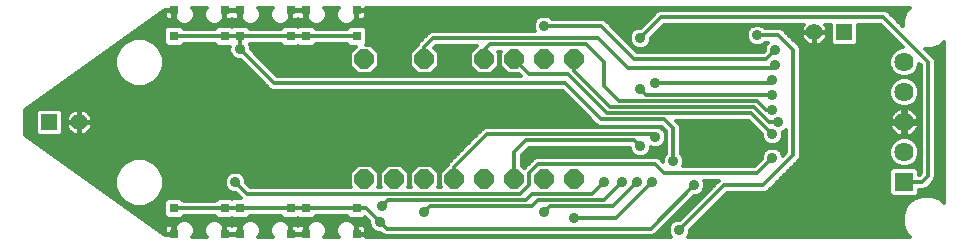
<source format=gbl>
G75*
G70*
%OFA0B0*%
%FSLAX24Y24*%
%IPPOS*%
%LPD*%
%AMOC8*
5,1,8,0,0,1.08239X$1,22.5*
%
%ADD10R,0.0555X0.0555*%
%ADD11C,0.0555*%
%ADD12R,0.0640X0.0640*%
%ADD13C,0.0640*%
%ADD14OC8,0.0634*%
%ADD15R,0.0315X0.0315*%
%ADD16C,0.0120*%
%ADD17C,0.0350*%
D10*
X001161Y004282D03*
X027661Y007282D03*
D11*
X026661Y007282D03*
X002161Y004282D03*
D12*
X029661Y002282D03*
D13*
X029661Y003282D03*
X029661Y004282D03*
X029661Y005282D03*
X029661Y006282D03*
D14*
X018661Y006382D03*
X017661Y006382D03*
X016661Y006382D03*
X015661Y006382D03*
X013661Y006382D03*
X011661Y006382D03*
X011661Y002382D03*
X012661Y002382D03*
X013661Y002382D03*
X014661Y002382D03*
X015661Y002382D03*
X016661Y002382D03*
X017661Y002382D03*
X018661Y002382D03*
D15*
X011409Y001415D03*
X009713Y001415D03*
X009209Y001415D03*
X007513Y001415D03*
X007009Y001415D03*
X005313Y001415D03*
X005313Y000549D03*
X007009Y000549D03*
X007513Y000549D03*
X009209Y000549D03*
X009713Y000549D03*
X011409Y000549D03*
X011409Y007149D03*
X009713Y007149D03*
X009209Y007149D03*
X007513Y007149D03*
X007009Y007149D03*
X005313Y007149D03*
X005313Y008015D03*
X007009Y008015D03*
X007513Y008015D03*
X009209Y008015D03*
X009713Y008015D03*
X011409Y008015D03*
D16*
X004976Y001468D02*
X003711Y001468D01*
X003725Y001586D02*
X003545Y001586D01*
X003593Y001705D02*
X003379Y001705D01*
X003475Y001823D02*
X003213Y001823D01*
X003047Y001942D02*
X003426Y001942D01*
X003475Y001823D02*
X003702Y001596D01*
X004000Y001472D01*
X004322Y001472D01*
X004620Y001596D01*
X004848Y001823D01*
X007481Y001823D01*
X007551Y001753D02*
X007377Y001927D01*
X007291Y001927D01*
X007160Y001981D01*
X007060Y002081D01*
X007006Y002212D01*
X007006Y002353D01*
X007060Y002483D01*
X007160Y002583D01*
X007291Y002637D01*
X007432Y002637D01*
X007562Y002583D01*
X007662Y002483D01*
X007716Y002353D01*
X007716Y002267D01*
X007861Y002122D01*
X011219Y002122D01*
X011164Y002176D01*
X011164Y002588D01*
X011455Y002879D01*
X011867Y002879D01*
X012158Y002588D01*
X012158Y002176D01*
X012104Y002122D01*
X012219Y002122D01*
X012164Y002176D01*
X012164Y002588D01*
X012455Y002879D01*
X012867Y002879D01*
X013158Y002588D01*
X013158Y002176D01*
X013104Y002122D01*
X013219Y002122D01*
X013164Y002176D01*
X013164Y002588D01*
X013455Y002879D01*
X013867Y002879D01*
X014158Y002588D01*
X014158Y002176D01*
X014104Y002122D01*
X014219Y002122D01*
X014164Y002176D01*
X014164Y002588D01*
X014432Y002855D01*
X014458Y002918D01*
X015558Y004018D01*
X015625Y004086D01*
X015714Y004122D01*
X021214Y004122D01*
X021254Y004122D01*
X021291Y004137D01*
X021432Y004137D01*
X021562Y004083D01*
X021662Y003983D01*
X021716Y003853D01*
X021716Y003712D01*
X021662Y003581D01*
X021562Y003481D01*
X021432Y003427D01*
X021291Y003427D01*
X021216Y003458D01*
X021216Y003412D01*
X021162Y003281D01*
X021062Y003181D01*
X020932Y003127D01*
X021637Y003127D01*
X021660Y003183D02*
X021606Y003053D01*
X021606Y002977D01*
X021565Y003018D01*
X021497Y003086D01*
X021409Y003122D01*
X017509Y003122D01*
X017414Y003122D01*
X017325Y003086D01*
X017025Y002786D01*
X016993Y002753D01*
X016901Y002845D01*
X016901Y003183D01*
X017161Y003442D01*
X020506Y003442D01*
X020506Y003412D01*
X020560Y003281D01*
X020660Y003181D01*
X020791Y003127D01*
X020932Y003127D01*
X020791Y003127D02*
X016901Y003127D01*
X016901Y003009D02*
X017248Y003009D01*
X017130Y002890D02*
X016901Y002890D01*
X016974Y002772D02*
X017011Y002772D01*
X017161Y002582D02*
X017161Y002182D01*
X016861Y001882D01*
X012061Y001882D01*
X007761Y001882D01*
X007361Y002282D01*
X007032Y002416D02*
X004971Y002416D01*
X004971Y002443D02*
X004848Y002741D01*
X004620Y002969D01*
X004322Y003092D01*
X004000Y003092D01*
X003702Y002969D01*
X003475Y002741D01*
X003351Y002443D01*
X003351Y002121D01*
X003475Y001823D01*
X003376Y002060D02*
X002881Y002060D01*
X002716Y002179D02*
X003351Y002179D01*
X003351Y002297D02*
X002550Y002297D01*
X002384Y002416D02*
X003351Y002416D01*
X003389Y002535D02*
X002218Y002535D01*
X002052Y002653D02*
X003438Y002653D01*
X003505Y002772D02*
X001886Y002772D01*
X001720Y002890D02*
X003624Y002890D01*
X003799Y003009D02*
X001554Y003009D01*
X001388Y003127D02*
X014667Y003127D01*
X014548Y003009D02*
X004524Y003009D01*
X004699Y002890D02*
X014446Y002890D01*
X014348Y002772D02*
X013974Y002772D01*
X014093Y002653D02*
X014230Y002653D01*
X014164Y002535D02*
X014158Y002535D01*
X014158Y002416D02*
X014164Y002416D01*
X014158Y002297D02*
X014164Y002297D01*
X014158Y002179D02*
X014164Y002179D01*
X014661Y002382D02*
X014661Y002782D01*
X015761Y003882D01*
X021261Y003882D01*
X021361Y003782D01*
X021673Y003957D02*
X021721Y003957D01*
X021721Y003983D02*
X021721Y003244D01*
X021660Y003183D01*
X021721Y003246D02*
X021127Y003246D01*
X021197Y003364D02*
X021721Y003364D01*
X021721Y003483D02*
X021564Y003483D01*
X021671Y003601D02*
X021721Y003601D01*
X021716Y003720D02*
X021721Y003720D01*
X021716Y003839D02*
X021721Y003839D01*
X021721Y003983D02*
X021562Y004142D01*
X019609Y004142D01*
X019514Y004142D01*
X019425Y004179D01*
X018262Y005342D01*
X008709Y005342D01*
X008614Y005342D01*
X008525Y005379D01*
X007529Y006375D01*
X007443Y006375D01*
X007312Y006429D01*
X007212Y006529D01*
X007158Y006660D01*
X007158Y006801D01*
X007163Y006812D01*
X006777Y006812D01*
X006680Y006909D01*
X005643Y006909D01*
X005545Y006812D01*
X005081Y006812D01*
X004976Y006917D01*
X004976Y007381D01*
X005081Y007487D01*
X005545Y007487D01*
X005643Y007389D01*
X006680Y007389D01*
X006777Y007487D01*
X007241Y007487D01*
X007261Y007467D01*
X007281Y007487D01*
X007745Y007487D01*
X007843Y007389D01*
X008880Y007389D01*
X008977Y007487D01*
X009441Y007487D01*
X009461Y007467D01*
X009481Y007487D01*
X009945Y007487D01*
X010043Y007389D01*
X011080Y007389D01*
X011177Y007487D01*
X011641Y007487D01*
X011747Y007381D01*
X011747Y006917D01*
X011709Y006879D01*
X011867Y006879D01*
X012158Y006588D01*
X012158Y006176D01*
X011867Y005885D01*
X011455Y005885D01*
X011164Y006176D01*
X011164Y006588D01*
X011388Y006812D01*
X011177Y006812D01*
X011080Y006909D01*
X010043Y006909D01*
X009945Y006812D01*
X009481Y006812D01*
X009461Y006832D01*
X009441Y006812D01*
X008977Y006812D01*
X008880Y006909D01*
X007843Y006909D01*
X007829Y006895D01*
X007868Y006801D01*
X007868Y006715D01*
X008761Y005822D01*
X016882Y005822D01*
X016819Y005885D01*
X016455Y005885D01*
X016164Y006176D01*
X016164Y006588D01*
X016219Y006642D01*
X016104Y006642D01*
X016158Y006588D01*
X016158Y006176D01*
X015867Y005885D01*
X015455Y005885D01*
X015164Y006176D01*
X015164Y006588D01*
X015419Y006842D01*
X014061Y006842D01*
X013982Y006764D01*
X014158Y006588D01*
X014158Y006176D01*
X013867Y005885D01*
X013455Y005885D01*
X013164Y006176D01*
X013164Y006588D01*
X013432Y006855D01*
X013458Y006918D01*
X013525Y006986D01*
X013825Y007286D01*
X013914Y007322D01*
X014009Y007322D01*
X017343Y007322D01*
X017306Y007412D01*
X017306Y007553D01*
X017360Y007683D01*
X017460Y007783D01*
X017591Y007837D01*
X017732Y007837D01*
X017862Y007783D01*
X017923Y007722D01*
X019609Y007722D01*
X019697Y007686D01*
X019765Y007618D01*
X020761Y006622D01*
X024962Y006622D01*
X025006Y006667D01*
X025006Y006753D01*
X025060Y006883D01*
X025119Y006942D01*
X025023Y006942D01*
X024962Y006881D01*
X024832Y006827D01*
X024691Y006827D01*
X024560Y006881D01*
X024460Y006981D01*
X024406Y007112D01*
X024406Y007253D01*
X024460Y007383D01*
X024560Y007483D01*
X024691Y007537D01*
X024832Y007537D01*
X024962Y007483D01*
X025023Y007422D01*
X025509Y007422D01*
X025597Y007386D01*
X025665Y007318D01*
X025665Y007318D01*
X026165Y006818D01*
X026201Y006730D01*
X026201Y006634D01*
X026201Y003230D01*
X026201Y003134D01*
X026165Y003046D01*
X025097Y001979D01*
X025009Y001942D01*
X024914Y001942D01*
X023761Y001942D01*
X022516Y000698D01*
X022516Y000612D01*
X022462Y000481D01*
X022443Y000462D01*
X029836Y000462D01*
X029725Y000573D01*
X029601Y000871D01*
X029601Y001193D01*
X029725Y001491D01*
X029952Y001719D01*
X030250Y001842D01*
X030572Y001842D01*
X030870Y001719D01*
X030981Y001608D01*
X030981Y006957D01*
X030870Y006846D01*
X030572Y006722D01*
X030361Y006722D01*
X030665Y006418D01*
X030701Y006330D01*
X030701Y006234D01*
X030701Y002434D01*
X030665Y002346D01*
X030597Y002279D01*
X030397Y002079D01*
X030309Y002042D01*
X030214Y002042D01*
X030161Y002042D01*
X030161Y001888D01*
X030056Y001782D01*
X029267Y001782D01*
X029161Y001888D01*
X029161Y002677D01*
X029267Y002782D01*
X030056Y002782D01*
X030161Y002677D01*
X030161Y002522D01*
X030162Y002522D01*
X030221Y002582D01*
X030221Y006183D01*
X030161Y006243D01*
X030161Y006183D01*
X030085Y005999D01*
X029944Y005858D01*
X029761Y005782D01*
X029562Y005782D01*
X029378Y005706D01*
X029237Y005565D01*
X029161Y005382D01*
X029161Y005183D01*
X029237Y004999D01*
X029378Y004858D01*
X029562Y004782D01*
X029761Y004782D01*
X029944Y004858D01*
X030085Y004999D01*
X030161Y005183D01*
X030161Y005382D01*
X030085Y005565D01*
X029944Y005706D01*
X029761Y005782D01*
X029562Y005782D01*
X029378Y005858D01*
X029237Y005999D01*
X029161Y006183D01*
X029161Y006382D01*
X029237Y006565D01*
X026201Y006565D01*
X026201Y006446D02*
X029188Y006446D01*
X029161Y006328D02*
X026201Y006328D01*
X026201Y006209D02*
X029161Y006209D01*
X029199Y006091D02*
X026201Y006091D01*
X026201Y005972D02*
X029264Y005972D01*
X029389Y005854D02*
X026201Y005854D01*
X026201Y005735D02*
X029448Y005735D01*
X029289Y005617D02*
X026201Y005617D01*
X026201Y005498D02*
X029210Y005498D01*
X029161Y005380D02*
X026201Y005380D01*
X026201Y005261D02*
X029161Y005261D01*
X029178Y005142D02*
X026201Y005142D01*
X026201Y005024D02*
X029227Y005024D01*
X029331Y004905D02*
X026201Y004905D01*
X026201Y004787D02*
X029551Y004787D01*
X029549Y004750D02*
X029477Y004727D01*
X029410Y004693D01*
X029349Y004648D01*
X029295Y004595D01*
X029251Y004534D01*
X029216Y004466D01*
X029193Y004395D01*
X029182Y004322D01*
X029621Y004322D01*
X029621Y004242D01*
X029182Y004242D01*
X029193Y004170D01*
X029216Y004098D01*
X029251Y004031D01*
X029295Y003969D01*
X029349Y003916D01*
X029410Y003872D01*
X029477Y003837D01*
X029549Y003814D01*
X029621Y003803D01*
X029621Y004242D01*
X029701Y004242D01*
X029701Y003803D01*
X029774Y003814D01*
X029846Y003837D01*
X029913Y003872D01*
X029974Y003916D01*
X030027Y003969D01*
X030072Y004031D01*
X030106Y004098D01*
X030129Y004170D01*
X030141Y004242D01*
X029701Y004242D01*
X029701Y004322D01*
X029621Y004322D01*
X029621Y004762D01*
X029549Y004750D01*
X029621Y004668D02*
X029701Y004668D01*
X029701Y004762D02*
X029701Y004322D01*
X030141Y004322D01*
X030129Y004395D01*
X030106Y004466D01*
X030072Y004534D01*
X030027Y004595D01*
X029974Y004648D01*
X029913Y004693D01*
X029846Y004727D01*
X029774Y004750D01*
X029701Y004762D01*
X029772Y004787D02*
X030221Y004787D01*
X030221Y004905D02*
X029992Y004905D01*
X030095Y005024D02*
X030221Y005024D01*
X030221Y005142D02*
X030145Y005142D01*
X030161Y005261D02*
X030221Y005261D01*
X030221Y005380D02*
X030161Y005380D01*
X030113Y005498D02*
X030221Y005498D01*
X030221Y005617D02*
X030034Y005617D01*
X029874Y005735D02*
X030221Y005735D01*
X030221Y005854D02*
X029933Y005854D01*
X030058Y005972D02*
X030221Y005972D01*
X030221Y006091D02*
X030123Y006091D01*
X030161Y006209D02*
X030195Y006209D01*
X030461Y006282D02*
X028961Y007782D01*
X021561Y007782D01*
X020861Y007082D01*
X021216Y007098D02*
X021216Y007012D01*
X021162Y006881D01*
X021062Y006781D01*
X020932Y006727D01*
X020791Y006727D01*
X020660Y006781D01*
X020560Y006881D01*
X020506Y007012D01*
X020506Y007153D01*
X020560Y007283D01*
X020660Y007383D01*
X020791Y007437D01*
X020877Y007437D01*
X021358Y007918D01*
X021425Y007986D01*
X021514Y008022D01*
X028914Y008022D01*
X029009Y008022D01*
X029097Y007986D01*
X029601Y007481D01*
X029601Y007693D01*
X029725Y007991D01*
X029836Y008102D01*
X011727Y008102D01*
X011727Y008034D01*
X011428Y008034D01*
X011428Y007996D01*
X011428Y007698D01*
X011588Y007698D01*
X011629Y007709D01*
X011665Y007730D01*
X011695Y007760D01*
X011716Y007796D01*
X011727Y007837D01*
X011727Y007996D01*
X011428Y007996D01*
X011390Y007996D01*
X011390Y007945D01*
X011391Y007945D01*
X011391Y007810D01*
X011390Y007809D01*
X011390Y007698D01*
X011344Y007698D01*
X011339Y007686D01*
X011245Y007591D01*
X011121Y007540D01*
X010986Y007540D01*
X010862Y007591D01*
X010767Y007686D01*
X010716Y007810D01*
X010716Y007945D01*
X010767Y008069D01*
X010801Y008102D01*
X010322Y008102D01*
X010355Y008069D01*
X010407Y007945D01*
X010407Y007810D01*
X010355Y007686D01*
X010260Y007591D01*
X010136Y007540D01*
X010002Y007540D01*
X009878Y007591D01*
X009783Y007686D01*
X009778Y007698D01*
X009732Y007698D01*
X009732Y007810D01*
X009732Y007810D01*
X009732Y007945D01*
X009732Y007945D01*
X009732Y007996D01*
X009694Y007996D01*
X009694Y007698D01*
X009535Y007698D01*
X009494Y007709D01*
X009461Y007728D01*
X009429Y007709D01*
X009388Y007698D01*
X009228Y007698D01*
X009228Y007996D01*
X009190Y007996D01*
X009190Y007945D01*
X009191Y007945D01*
X009191Y007810D01*
X009190Y007809D01*
X009190Y007698D01*
X009144Y007698D01*
X009139Y007686D01*
X009045Y007591D01*
X008921Y007540D01*
X008786Y007540D01*
X008662Y007591D01*
X008567Y007686D01*
X008516Y007810D01*
X008516Y007945D01*
X008567Y008069D01*
X008601Y008102D01*
X008122Y008102D01*
X008155Y008069D01*
X008207Y007945D01*
X008207Y007810D01*
X008155Y007686D01*
X008060Y007591D01*
X007936Y007540D01*
X007802Y007540D01*
X007678Y007591D01*
X007583Y007686D01*
X007578Y007698D01*
X007532Y007698D01*
X007532Y007810D01*
X007532Y007810D01*
X007532Y007945D01*
X007532Y007945D01*
X007532Y007996D01*
X007494Y007996D01*
X007494Y007698D01*
X007335Y007698D01*
X007294Y007709D01*
X007261Y007728D01*
X007229Y007709D01*
X007188Y007698D01*
X007028Y007698D01*
X007028Y007996D01*
X006990Y007996D01*
X006990Y007945D01*
X006991Y007945D01*
X006991Y007810D01*
X006990Y007809D01*
X006990Y007698D01*
X006944Y007698D01*
X006939Y007686D01*
X006845Y007591D01*
X006721Y007540D01*
X006586Y007540D01*
X006462Y007591D01*
X006367Y007686D01*
X006316Y007810D01*
X006316Y007945D01*
X006367Y008069D01*
X006401Y008102D01*
X005922Y008102D01*
X005955Y008069D01*
X006007Y007945D01*
X006007Y007810D01*
X005955Y007686D01*
X005860Y007591D01*
X005736Y007540D01*
X005602Y007540D01*
X005478Y007591D01*
X005383Y007686D01*
X005378Y007698D01*
X005332Y007698D01*
X005332Y007810D01*
X005332Y007810D01*
X005332Y007945D01*
X005332Y007945D01*
X005332Y007996D01*
X005294Y007996D01*
X005294Y007698D01*
X005135Y007698D01*
X005094Y007709D01*
X005057Y007730D01*
X005028Y007760D01*
X005007Y007796D01*
X004996Y007837D01*
X004996Y007996D01*
X005294Y007996D01*
X005294Y008034D01*
X005023Y008034D01*
X000341Y004690D01*
X000341Y003875D01*
X005024Y000530D01*
X005294Y000530D01*
X005294Y000568D01*
X004996Y000568D01*
X004996Y000728D01*
X005007Y000768D01*
X005028Y000805D01*
X005057Y000835D01*
X005094Y000856D01*
X005135Y000867D01*
X005294Y000867D01*
X005294Y000568D01*
X005332Y000568D01*
X005332Y000619D01*
X005332Y000620D01*
X005332Y000754D01*
X005332Y000755D01*
X005332Y000867D01*
X005378Y000867D01*
X005383Y000878D01*
X005478Y000973D01*
X005602Y001024D01*
X005736Y001024D01*
X005860Y000973D01*
X005955Y000878D01*
X006007Y000754D01*
X006007Y000620D01*
X005955Y000496D01*
X005922Y000462D01*
X006401Y000462D01*
X006367Y000496D01*
X006316Y000620D01*
X006316Y000754D01*
X006367Y000878D01*
X006462Y000973D01*
X006586Y001024D01*
X006721Y001024D01*
X006845Y000973D01*
X006939Y000878D01*
X006944Y000867D01*
X006990Y000867D01*
X006990Y000755D01*
X006991Y000754D01*
X006991Y000620D01*
X006990Y000619D01*
X006990Y000568D01*
X007028Y000568D01*
X007028Y000867D01*
X007188Y000867D01*
X007229Y000856D01*
X007261Y000837D01*
X007294Y000856D01*
X007335Y000867D01*
X007494Y000867D01*
X007494Y000568D01*
X007494Y000530D01*
X007327Y000530D01*
X007028Y000530D01*
X007028Y000568D01*
X007327Y000568D01*
X007494Y000568D01*
X007532Y000568D01*
X007532Y000619D01*
X007532Y000620D01*
X007532Y000754D01*
X007532Y000755D01*
X007532Y000867D01*
X007578Y000867D01*
X007583Y000878D01*
X007678Y000973D01*
X007802Y001024D01*
X007936Y001024D01*
X008060Y000973D01*
X008155Y000878D01*
X008207Y000754D01*
X008207Y000620D01*
X008155Y000496D01*
X008122Y000462D01*
X008601Y000462D01*
X008567Y000496D01*
X008516Y000620D01*
X008516Y000754D01*
X008567Y000878D01*
X008662Y000973D01*
X008786Y001024D01*
X008921Y001024D01*
X009045Y000973D01*
X009139Y000878D01*
X009144Y000867D01*
X009190Y000867D01*
X009190Y000755D01*
X009191Y000754D01*
X009191Y000620D01*
X009190Y000619D01*
X009190Y000568D01*
X009228Y000568D01*
X009228Y000867D01*
X009388Y000867D01*
X009429Y000856D01*
X009461Y000837D01*
X009494Y000856D01*
X009535Y000867D01*
X009694Y000867D01*
X009694Y000568D01*
X009694Y000530D01*
X009527Y000530D01*
X009228Y000530D01*
X009228Y000568D01*
X009527Y000568D01*
X009694Y000568D01*
X009732Y000568D01*
X009732Y000619D01*
X009732Y000620D01*
X009732Y000754D01*
X009732Y000755D01*
X009732Y000867D01*
X009778Y000867D01*
X009783Y000878D01*
X009878Y000973D01*
X010002Y001024D01*
X010136Y001024D01*
X010260Y000973D01*
X010355Y000878D01*
X010407Y000754D01*
X010407Y000620D01*
X010355Y000496D01*
X010322Y000462D01*
X010801Y000462D01*
X010767Y000496D01*
X010716Y000620D01*
X010716Y000754D01*
X010767Y000878D01*
X010862Y000973D01*
X010986Y001024D01*
X011121Y001024D01*
X011245Y000973D01*
X011339Y000878D01*
X011344Y000867D01*
X011390Y000867D01*
X011390Y000755D01*
X011391Y000754D01*
X011391Y000620D01*
X011390Y000619D01*
X011390Y000568D01*
X011428Y000568D01*
X011428Y000867D01*
X011588Y000867D01*
X011629Y000856D01*
X011665Y000835D01*
X011695Y000805D01*
X011716Y000768D01*
X011727Y000728D01*
X011727Y000568D01*
X011428Y000568D01*
X011428Y000530D01*
X011727Y000530D01*
X011727Y000462D01*
X021879Y000462D01*
X021860Y000481D01*
X021806Y000612D01*
X021806Y000753D01*
X021860Y000883D01*
X021960Y000983D01*
X022091Y001037D01*
X022177Y001037D01*
X023458Y002318D01*
X023482Y002342D01*
X022979Y002342D01*
X023016Y002253D01*
X023016Y002112D01*
X022962Y001981D01*
X022862Y001881D01*
X022732Y001827D01*
X022646Y001827D01*
X021347Y000529D01*
X021259Y000492D01*
X021164Y000492D01*
X012459Y000492D01*
X012364Y000492D01*
X012275Y000529D01*
X012194Y000610D01*
X012108Y000610D01*
X011977Y000664D01*
X011877Y000764D01*
X011823Y000895D01*
X011823Y000981D01*
X011684Y001120D01*
X011641Y001078D01*
X011177Y001078D01*
X011080Y001175D01*
X010043Y001175D01*
X009945Y001078D01*
X009481Y001078D01*
X009461Y001098D01*
X009441Y001078D01*
X008977Y001078D01*
X008880Y001175D01*
X007843Y001175D01*
X007745Y001078D01*
X007281Y001078D01*
X007261Y001098D01*
X007241Y001078D01*
X006777Y001078D01*
X006680Y001175D01*
X005643Y001175D01*
X005545Y001078D01*
X005081Y001078D01*
X004976Y001183D01*
X004976Y001647D01*
X005081Y001753D01*
X005545Y001753D01*
X005643Y001655D01*
X006680Y001655D01*
X006777Y001753D01*
X007241Y001753D01*
X007261Y001733D01*
X007281Y001753D01*
X007551Y001753D01*
X007255Y001942D02*
X004897Y001942D01*
X004946Y002060D02*
X007081Y002060D01*
X007020Y002179D02*
X004971Y002179D01*
X004971Y002121D02*
X004848Y001823D01*
X004729Y001705D02*
X005033Y001705D01*
X004976Y001586D02*
X004597Y001586D01*
X004976Y001349D02*
X003877Y001349D01*
X004043Y001231D02*
X004976Y001231D01*
X005047Y001112D02*
X004209Y001112D01*
X004375Y000993D02*
X005527Y000993D01*
X005579Y001112D02*
X006743Y001112D01*
X006795Y000993D02*
X007727Y000993D01*
X007779Y001112D02*
X008943Y001112D01*
X008995Y000993D02*
X009927Y000993D01*
X009979Y001112D02*
X011143Y001112D01*
X011195Y000993D02*
X011811Y000993D01*
X011831Y000875D02*
X011341Y000875D01*
X011390Y000756D02*
X011428Y000756D01*
X011428Y000638D02*
X011391Y000638D01*
X011727Y000638D02*
X012041Y000638D01*
X011885Y000756D02*
X011719Y000756D01*
X012178Y000965D02*
X012411Y000732D01*
X021211Y000732D01*
X022661Y002182D01*
X023016Y002179D02*
X023319Y002179D01*
X023437Y002297D02*
X022998Y002297D01*
X022995Y002060D02*
X023200Y002060D01*
X023081Y001942D02*
X022923Y001942D01*
X022963Y001823D02*
X022642Y001823D01*
X022523Y001705D02*
X022844Y001705D01*
X022726Y001586D02*
X022405Y001586D01*
X022286Y001468D02*
X022607Y001468D01*
X022489Y001349D02*
X022168Y001349D01*
X022049Y001231D02*
X022370Y001231D01*
X022252Y001112D02*
X021930Y001112D01*
X021985Y000993D02*
X021812Y000993D01*
X021857Y000875D02*
X021693Y000875D01*
X021808Y000756D02*
X021575Y000756D01*
X021456Y000638D02*
X021806Y000638D01*
X021844Y000519D02*
X021324Y000519D01*
X022161Y000682D02*
X023661Y002182D01*
X024961Y002182D01*
X025961Y003182D01*
X025961Y006682D01*
X025461Y007182D01*
X024761Y007182D01*
X024406Y007158D02*
X021276Y007158D01*
X021216Y007098D02*
X021661Y007542D01*
X026309Y007542D01*
X026287Y007511D01*
X026256Y007450D01*
X026235Y007385D01*
X026224Y007317D01*
X026224Y007301D01*
X026642Y007301D01*
X026642Y007263D01*
X026224Y007263D01*
X026224Y007248D01*
X026235Y007180D01*
X026256Y007114D01*
X026287Y007053D01*
X026328Y006997D01*
X026376Y006949D01*
X026432Y006908D01*
X026493Y006877D01*
X026559Y006856D01*
X026627Y006845D01*
X026642Y006845D01*
X026642Y007263D01*
X026680Y007263D01*
X026680Y006845D01*
X026696Y006845D01*
X026764Y006856D01*
X026829Y006877D01*
X026891Y006908D01*
X026946Y006949D01*
X026995Y006997D01*
X027035Y007053D01*
X027067Y007114D01*
X027088Y007180D01*
X027099Y007248D01*
X027099Y007263D01*
X026680Y007263D01*
X026680Y007301D01*
X027099Y007301D01*
X027099Y007317D01*
X027088Y007385D01*
X027067Y007450D01*
X027035Y007511D01*
X027013Y007542D01*
X027204Y007542D01*
X027204Y006930D01*
X027309Y006825D01*
X028013Y006825D01*
X028119Y006930D01*
X028119Y007542D01*
X028862Y007542D01*
X029622Y006782D01*
X029562Y006782D01*
X029378Y006706D01*
X029237Y006565D01*
X029356Y006684D02*
X026201Y006684D01*
X026171Y006802D02*
X029602Y006802D01*
X029483Y006921D02*
X028109Y006921D01*
X028119Y007039D02*
X029365Y007039D01*
X029246Y007158D02*
X028119Y007158D01*
X028119Y007276D02*
X029128Y007276D01*
X029009Y007395D02*
X028119Y007395D01*
X028119Y007513D02*
X028891Y007513D01*
X029332Y007750D02*
X029625Y007750D01*
X029601Y007632D02*
X029451Y007632D01*
X029569Y007513D02*
X029601Y007513D01*
X029674Y007869D02*
X029214Y007869D01*
X029093Y007988D02*
X029723Y007988D01*
X027204Y007513D02*
X027034Y007513D01*
X027085Y007395D02*
X027204Y007395D01*
X027204Y007276D02*
X026680Y007276D01*
X026642Y007276D02*
X025707Y007276D01*
X025825Y007158D02*
X026242Y007158D01*
X026297Y007039D02*
X025944Y007039D01*
X026062Y006921D02*
X026415Y006921D01*
X026642Y006921D02*
X026680Y006921D01*
X026680Y007039D02*
X026642Y007039D01*
X026642Y007158D02*
X026680Y007158D01*
X027025Y007039D02*
X027204Y007039D01*
X027204Y007158D02*
X027081Y007158D01*
X027213Y006921D02*
X026908Y006921D01*
X026238Y007395D02*
X025575Y007395D01*
X024889Y007513D02*
X026288Y007513D01*
X025098Y006921D02*
X025002Y006921D01*
X025027Y006802D02*
X021083Y006802D01*
X021179Y006921D02*
X024521Y006921D01*
X024436Y007039D02*
X021216Y007039D01*
X021395Y007276D02*
X024416Y007276D01*
X024472Y007395D02*
X021513Y007395D01*
X021632Y007513D02*
X024633Y007513D01*
X025006Y006684D02*
X020699Y006684D01*
X020639Y006802D02*
X020581Y006802D01*
X020544Y006921D02*
X020462Y006921D01*
X020506Y007039D02*
X020344Y007039D01*
X020225Y007158D02*
X020508Y007158D01*
X020557Y007276D02*
X020107Y007276D01*
X019988Y007395D02*
X020688Y007395D01*
X020953Y007513D02*
X019869Y007513D01*
X019751Y007632D02*
X021072Y007632D01*
X021190Y007750D02*
X017895Y007750D01*
X017427Y007750D02*
X011686Y007750D01*
X011727Y007869D02*
X021309Y007869D01*
X021430Y007988D02*
X011727Y007988D01*
X011428Y007988D02*
X011390Y007988D01*
X011391Y007869D02*
X011428Y007869D01*
X011428Y007750D02*
X011390Y007750D01*
X011285Y007632D02*
X017339Y007632D01*
X017306Y007513D02*
X004294Y007513D01*
X004129Y007395D02*
X004989Y007395D01*
X004976Y007276D02*
X003963Y007276D01*
X004000Y007092D02*
X003702Y006969D01*
X003475Y006741D01*
X003351Y006443D01*
X003351Y006121D01*
X003475Y005823D01*
X003702Y005596D01*
X004000Y005472D01*
X004322Y005472D01*
X004620Y005596D01*
X004848Y005823D01*
X004971Y006121D01*
X004971Y006443D01*
X004848Y006741D01*
X004620Y006969D01*
X004322Y007092D01*
X004000Y007092D01*
X003872Y007039D02*
X003631Y007039D01*
X003654Y006921D02*
X003465Y006921D01*
X003536Y006802D02*
X003299Y006802D01*
X003451Y006684D02*
X003133Y006684D01*
X002967Y006565D02*
X003402Y006565D01*
X003353Y006446D02*
X002801Y006446D01*
X002635Y006328D02*
X003351Y006328D01*
X003351Y006209D02*
X002469Y006209D01*
X002303Y006091D02*
X003364Y006091D01*
X003413Y005972D02*
X002137Y005972D01*
X001971Y005854D02*
X003462Y005854D01*
X003563Y005735D02*
X001805Y005735D01*
X001639Y005617D02*
X003681Y005617D01*
X003938Y005498D02*
X001473Y005498D01*
X001307Y005380D02*
X008524Y005380D01*
X008406Y005498D02*
X004385Y005498D01*
X004641Y005617D02*
X008287Y005617D01*
X008169Y005735D02*
X004760Y005735D01*
X004860Y005854D02*
X008050Y005854D01*
X007932Y005972D02*
X004909Y005972D01*
X004959Y006091D02*
X007813Y006091D01*
X007695Y006209D02*
X004971Y006209D01*
X004971Y006328D02*
X007576Y006328D01*
X007295Y006446D02*
X004970Y006446D01*
X004921Y006565D02*
X007197Y006565D01*
X007158Y006684D02*
X004872Y006684D01*
X004787Y006802D02*
X007159Y006802D01*
X007513Y006730D02*
X008661Y005582D01*
X018361Y005582D01*
X019561Y004382D01*
X021661Y004382D01*
X021961Y004082D01*
X021961Y002982D01*
X022285Y003127D02*
X024906Y003127D01*
X024906Y003153D02*
X024906Y003067D01*
X024662Y002822D01*
X022279Y002822D01*
X022316Y002912D01*
X022316Y003053D01*
X022262Y003183D01*
X022201Y003244D01*
X022201Y004034D01*
X022201Y004130D01*
X022165Y004218D01*
X022041Y004342D01*
X024462Y004342D01*
X024906Y003898D01*
X024906Y003812D01*
X024960Y003681D01*
X025060Y003581D01*
X025191Y003527D01*
X025332Y003527D01*
X025462Y003581D01*
X025562Y003681D01*
X025616Y003812D01*
X025616Y003953D01*
X025613Y003961D01*
X025662Y003981D01*
X025721Y004040D01*
X025721Y003282D01*
X025609Y003170D01*
X025562Y003283D01*
X025462Y003383D01*
X025332Y003437D01*
X025191Y003437D01*
X025060Y003383D01*
X024960Y003283D01*
X024906Y003153D01*
X024945Y003246D02*
X022201Y003246D01*
X022201Y003364D02*
X025041Y003364D01*
X025481Y003364D02*
X025721Y003364D01*
X025721Y003483D02*
X022201Y003483D01*
X022201Y003601D02*
X025040Y003601D01*
X024944Y003720D02*
X022201Y003720D01*
X022201Y003839D02*
X024906Y003839D01*
X024847Y003957D02*
X022201Y003957D01*
X022201Y004076D02*
X024728Y004076D01*
X024610Y004194D02*
X022175Y004194D01*
X022070Y004313D02*
X024491Y004313D01*
X024561Y004582D02*
X019761Y004582D01*
X018461Y005882D01*
X017161Y005882D01*
X016661Y006382D01*
X016164Y006328D02*
X016158Y006328D01*
X016158Y006446D02*
X016164Y006446D01*
X016158Y006565D02*
X016164Y006565D01*
X015861Y006882D02*
X015661Y006682D01*
X015661Y006382D01*
X015164Y006328D02*
X014158Y006328D01*
X014158Y006446D02*
X015164Y006446D01*
X015164Y006565D02*
X014158Y006565D01*
X014062Y006684D02*
X015260Y006684D01*
X015379Y006802D02*
X014021Y006802D01*
X013961Y007082D02*
X013661Y006782D01*
X013661Y006382D01*
X014158Y006209D02*
X015164Y006209D01*
X015250Y006091D02*
X014072Y006091D01*
X013954Y005972D02*
X015369Y005972D01*
X015954Y005972D02*
X016369Y005972D01*
X016250Y006091D02*
X016072Y006091D01*
X016158Y006209D02*
X016164Y006209D01*
X016850Y005854D02*
X008729Y005854D01*
X008611Y005972D02*
X011369Y005972D01*
X011250Y006091D02*
X008492Y006091D01*
X008373Y006209D02*
X011164Y006209D01*
X011164Y006328D02*
X008255Y006328D01*
X008136Y006446D02*
X011164Y006446D01*
X011164Y006565D02*
X008018Y006565D01*
X007899Y006684D02*
X011260Y006684D01*
X011379Y006802D02*
X007868Y006802D01*
X007513Y006730D02*
X007513Y007149D01*
X007009Y007149D01*
X005313Y007149D01*
X004976Y007158D02*
X003797Y007158D01*
X004450Y007039D02*
X004976Y007039D01*
X004976Y006921D02*
X004668Y006921D01*
X005637Y007395D02*
X006685Y007395D01*
X006885Y007632D02*
X007637Y007632D01*
X007532Y007750D02*
X007494Y007750D01*
X007494Y007869D02*
X007532Y007869D01*
X007532Y007988D02*
X007494Y007988D01*
X007494Y007996D02*
X007327Y007996D01*
X007028Y007996D01*
X007028Y008034D01*
X007327Y008034D01*
X007494Y008034D01*
X007494Y007996D01*
X007028Y007988D02*
X006990Y007988D01*
X006991Y007869D02*
X007028Y007869D01*
X007028Y007750D02*
X006990Y007750D01*
X006422Y007632D02*
X005901Y007632D01*
X005982Y007750D02*
X006341Y007750D01*
X006316Y007869D02*
X006007Y007869D01*
X005989Y007988D02*
X006334Y007988D01*
X005437Y007632D02*
X004460Y007632D01*
X004626Y007750D02*
X005037Y007750D01*
X004996Y007869D02*
X004792Y007869D01*
X004958Y007988D02*
X004996Y007988D01*
X005294Y007988D02*
X005332Y007988D01*
X005332Y007869D02*
X005294Y007869D01*
X005294Y007750D02*
X005332Y007750D01*
X007513Y007149D02*
X009209Y007149D01*
X009713Y007149D01*
X011409Y007149D01*
X011747Y007158D02*
X013697Y007158D01*
X013579Y007039D02*
X011747Y007039D01*
X011747Y006921D02*
X013460Y006921D01*
X013379Y006802D02*
X011944Y006802D01*
X012062Y006684D02*
X013260Y006684D01*
X013164Y006565D02*
X012158Y006565D01*
X012158Y006446D02*
X013164Y006446D01*
X013164Y006328D02*
X012158Y006328D01*
X012158Y006209D02*
X013164Y006209D01*
X013250Y006091D02*
X012072Y006091D01*
X011954Y005972D02*
X013369Y005972D01*
X015861Y006882D02*
X019061Y006882D01*
X019661Y006282D01*
X019661Y005482D01*
X020161Y004982D01*
X024761Y004982D01*
X025061Y004682D01*
X025261Y004682D01*
X025161Y004282D02*
X024661Y004782D01*
X019861Y004782D01*
X018661Y005982D01*
X018661Y006382D01*
X019461Y007082D02*
X013961Y007082D01*
X013816Y007276D02*
X011747Y007276D01*
X011733Y007395D02*
X017313Y007395D01*
X017661Y007482D02*
X019561Y007482D01*
X020661Y006382D01*
X025061Y006382D01*
X025361Y006682D01*
X025361Y006182D02*
X025261Y006082D01*
X020461Y006082D01*
X019461Y007082D01*
X021361Y005582D02*
X025161Y005582D01*
X025261Y005682D01*
X025261Y005182D02*
X021061Y005182D01*
X020861Y005382D01*
X018936Y004668D02*
X002367Y004668D01*
X002391Y004656D02*
X002329Y004688D01*
X002264Y004709D01*
X002196Y004720D01*
X002180Y004720D01*
X002180Y004301D01*
X002142Y004301D01*
X002142Y004263D01*
X001724Y004263D01*
X001724Y004248D01*
X001735Y004180D01*
X001756Y004114D01*
X001787Y004053D01*
X001828Y003997D01*
X001876Y003949D01*
X001932Y003908D01*
X001993Y003877D01*
X002059Y003856D01*
X002127Y003845D01*
X002142Y003845D01*
X002142Y004263D01*
X002180Y004263D01*
X002180Y003845D01*
X002196Y003845D01*
X002264Y003856D01*
X002329Y003877D01*
X002391Y003908D01*
X002446Y003949D01*
X002495Y003997D01*
X002535Y004053D01*
X002567Y004114D01*
X002588Y004180D01*
X002599Y004248D01*
X002599Y004263D01*
X002180Y004263D01*
X002180Y004301D01*
X002599Y004301D01*
X002599Y004317D01*
X002588Y004385D01*
X002567Y004450D01*
X002535Y004511D01*
X002495Y004567D01*
X002446Y004616D01*
X002391Y004656D01*
X002508Y004550D02*
X019054Y004550D01*
X019173Y004431D02*
X002573Y004431D01*
X002599Y004313D02*
X019291Y004313D01*
X019410Y004194D02*
X002590Y004194D01*
X002547Y004076D02*
X015615Y004076D01*
X015497Y003957D02*
X002455Y003957D01*
X002180Y003957D02*
X002142Y003957D01*
X002142Y004076D02*
X002180Y004076D01*
X002180Y004194D02*
X002142Y004194D01*
X002142Y004301D02*
X001724Y004301D01*
X001724Y004317D01*
X001735Y004385D01*
X001756Y004450D01*
X001787Y004511D01*
X001828Y004567D01*
X001876Y004616D01*
X001932Y004656D01*
X001993Y004688D01*
X002059Y004709D01*
X002127Y004720D01*
X002142Y004720D01*
X002142Y004301D01*
X002142Y004313D02*
X002180Y004313D01*
X002180Y004431D02*
X002142Y004431D01*
X002142Y004550D02*
X002180Y004550D01*
X002180Y004668D02*
X002142Y004668D01*
X001955Y004668D02*
X001585Y004668D01*
X001619Y004634D02*
X001513Y004740D01*
X000809Y004740D01*
X000704Y004634D01*
X000704Y003930D01*
X000809Y003825D01*
X001513Y003825D01*
X001619Y003930D01*
X001619Y004634D01*
X001619Y004550D02*
X001815Y004550D01*
X001750Y004431D02*
X001619Y004431D01*
X001619Y004313D02*
X001724Y004313D01*
X001732Y004194D02*
X001619Y004194D01*
X001619Y004076D02*
X001776Y004076D01*
X001868Y003957D02*
X001619Y003957D01*
X001527Y003839D02*
X015378Y003839D01*
X015260Y003720D02*
X000558Y003720D01*
X000392Y003839D02*
X000795Y003839D01*
X000704Y003957D02*
X000341Y003957D01*
X000341Y004076D02*
X000704Y004076D01*
X000704Y004194D02*
X000341Y004194D01*
X000341Y004313D02*
X000704Y004313D01*
X000704Y004431D02*
X000341Y004431D01*
X000341Y004550D02*
X000704Y004550D01*
X000738Y004668D02*
X000341Y004668D01*
X000477Y004787D02*
X018817Y004787D01*
X018699Y004905D02*
X000643Y004905D01*
X000809Y005024D02*
X018580Y005024D01*
X018462Y005142D02*
X000975Y005142D01*
X001141Y005261D02*
X018343Y005261D01*
X021570Y004076D02*
X021628Y004076D01*
X020861Y003482D02*
X020661Y003682D01*
X017061Y003682D01*
X016661Y003282D01*
X016661Y002382D01*
X017161Y002582D02*
X017461Y002882D01*
X021361Y002882D01*
X021661Y002582D01*
X024761Y002582D01*
X025261Y003082D01*
X025578Y003246D02*
X025685Y003246D01*
X026127Y003009D02*
X029233Y003009D01*
X029237Y002999D02*
X029378Y002858D01*
X029562Y002782D01*
X029761Y002782D01*
X029944Y002858D01*
X030085Y002999D01*
X030161Y003183D01*
X030161Y003382D01*
X030085Y003565D01*
X029944Y003706D01*
X029761Y003782D01*
X029562Y003782D01*
X029378Y003706D01*
X029237Y003565D01*
X029161Y003382D01*
X029161Y003183D01*
X029237Y002999D01*
X029184Y003127D02*
X026198Y003127D01*
X026201Y003246D02*
X029161Y003246D01*
X029161Y003364D02*
X026201Y003364D01*
X026201Y003483D02*
X029203Y003483D01*
X029273Y003601D02*
X026201Y003601D01*
X026201Y003720D02*
X029412Y003720D01*
X029475Y003839D02*
X026201Y003839D01*
X026201Y003957D02*
X029308Y003957D01*
X029228Y004076D02*
X026201Y004076D01*
X026201Y004194D02*
X029189Y004194D01*
X029205Y004431D02*
X026201Y004431D01*
X026201Y004313D02*
X029621Y004313D01*
X029701Y004313D02*
X030221Y004313D01*
X030221Y004431D02*
X030118Y004431D01*
X030060Y004550D02*
X030221Y004550D01*
X030221Y004668D02*
X029946Y004668D01*
X029701Y004550D02*
X029621Y004550D01*
X029621Y004431D02*
X029701Y004431D01*
X029262Y004550D02*
X026201Y004550D01*
X026201Y004668D02*
X029376Y004668D01*
X029621Y004194D02*
X029701Y004194D01*
X029701Y004076D02*
X029621Y004076D01*
X029621Y003957D02*
X029701Y003957D01*
X029701Y003839D02*
X029621Y003839D01*
X029848Y003839D02*
X030221Y003839D01*
X030221Y003957D02*
X030015Y003957D01*
X030095Y004076D02*
X030221Y004076D01*
X030221Y004194D02*
X030133Y004194D01*
X030701Y004194D02*
X030981Y004194D01*
X030981Y004076D02*
X030701Y004076D01*
X030701Y003957D02*
X030981Y003957D01*
X030981Y003839D02*
X030701Y003839D01*
X030701Y003720D02*
X030981Y003720D01*
X030981Y003601D02*
X030701Y003601D01*
X030701Y003483D02*
X030981Y003483D01*
X030981Y003364D02*
X030701Y003364D01*
X030701Y003246D02*
X030981Y003246D01*
X030981Y003127D02*
X030701Y003127D01*
X030701Y003009D02*
X030981Y003009D01*
X030981Y002890D02*
X030701Y002890D01*
X030701Y002772D02*
X030981Y002772D01*
X030981Y002653D02*
X030701Y002653D01*
X030701Y002535D02*
X030981Y002535D01*
X030981Y002416D02*
X030694Y002416D01*
X030616Y002297D02*
X030981Y002297D01*
X030981Y002179D02*
X030497Y002179D01*
X030353Y002060D02*
X030981Y002060D01*
X030981Y001942D02*
X030161Y001942D01*
X030205Y001823D02*
X030097Y001823D01*
X029938Y001705D02*
X023523Y001705D01*
X023642Y001823D02*
X029226Y001823D01*
X029161Y001942D02*
X023760Y001942D01*
X023405Y001586D02*
X029820Y001586D01*
X029715Y001468D02*
X023286Y001468D01*
X023168Y001349D02*
X029666Y001349D01*
X029617Y001231D02*
X023049Y001231D01*
X022930Y001112D02*
X029601Y001112D01*
X029601Y000993D02*
X022812Y000993D01*
X022693Y000875D02*
X029601Y000875D01*
X029649Y000756D02*
X022575Y000756D01*
X022516Y000638D02*
X029698Y000638D01*
X029779Y000519D02*
X022478Y000519D01*
X021261Y002282D02*
X020061Y001082D01*
X018661Y001082D01*
X017861Y001482D02*
X017661Y001282D01*
X017861Y001482D02*
X019961Y001482D01*
X020761Y002282D01*
X020261Y002282D02*
X019661Y001682D01*
X017461Y001682D01*
X017261Y001482D01*
X013861Y001482D01*
X013661Y001282D01*
X012461Y001682D02*
X012261Y001482D01*
X012461Y001682D02*
X017061Y001682D01*
X017261Y001882D01*
X019261Y001882D01*
X019661Y002282D01*
X021565Y003018D02*
X021565Y003018D01*
X021574Y003009D02*
X021606Y003009D01*
X022316Y003009D02*
X024848Y003009D01*
X024730Y002890D02*
X022307Y002890D01*
X020596Y003246D02*
X016964Y003246D01*
X017083Y003364D02*
X020526Y003364D01*
X024561Y004582D02*
X025261Y003882D01*
X025578Y003720D02*
X025721Y003720D01*
X025721Y003839D02*
X025616Y003839D01*
X025614Y003957D02*
X025721Y003957D01*
X025721Y003601D02*
X025482Y003601D01*
X025461Y004282D02*
X025161Y004282D01*
X026009Y002890D02*
X029346Y002890D01*
X029256Y002772D02*
X025890Y002772D01*
X025772Y002653D02*
X029161Y002653D01*
X029161Y002535D02*
X025653Y002535D01*
X025534Y002416D02*
X029161Y002416D01*
X029161Y002297D02*
X025416Y002297D01*
X025297Y002179D02*
X029161Y002179D01*
X029161Y002060D02*
X025179Y002060D01*
X029661Y002282D02*
X030261Y002282D01*
X030461Y002482D01*
X030461Y006282D01*
X030701Y006328D02*
X030981Y006328D01*
X030981Y006446D02*
X030636Y006446D01*
X030518Y006565D02*
X030981Y006565D01*
X030981Y006684D02*
X030399Y006684D01*
X030765Y006802D02*
X030981Y006802D01*
X030981Y006921D02*
X030945Y006921D01*
X030981Y006209D02*
X030701Y006209D01*
X030701Y006091D02*
X030981Y006091D01*
X030981Y005972D02*
X030701Y005972D01*
X030701Y005854D02*
X030981Y005854D01*
X030981Y005735D02*
X030701Y005735D01*
X030701Y005617D02*
X030981Y005617D01*
X030981Y005498D02*
X030701Y005498D01*
X030701Y005380D02*
X030981Y005380D01*
X030981Y005261D02*
X030701Y005261D01*
X030701Y005142D02*
X030981Y005142D01*
X030981Y005024D02*
X030701Y005024D01*
X030701Y004905D02*
X030981Y004905D01*
X030981Y004787D02*
X030701Y004787D01*
X030701Y004668D02*
X030981Y004668D01*
X030981Y004550D02*
X030701Y004550D01*
X030701Y004431D02*
X030981Y004431D01*
X030981Y004313D02*
X030701Y004313D01*
X030221Y003720D02*
X029911Y003720D01*
X030049Y003601D02*
X030221Y003601D01*
X030221Y003483D02*
X030119Y003483D01*
X030161Y003364D02*
X030221Y003364D01*
X030221Y003246D02*
X030161Y003246D01*
X030138Y003127D02*
X030221Y003127D01*
X030221Y003009D02*
X030089Y003009D01*
X029976Y002890D02*
X030221Y002890D01*
X030221Y002772D02*
X030066Y002772D01*
X030161Y002653D02*
X030221Y002653D01*
X030174Y002535D02*
X030161Y002535D01*
X030618Y001823D02*
X030981Y001823D01*
X030981Y001705D02*
X030884Y001705D01*
X015141Y003601D02*
X000724Y003601D01*
X000890Y003483D02*
X015023Y003483D01*
X014904Y003364D02*
X001056Y003364D01*
X001222Y003246D02*
X014785Y003246D01*
X013348Y002772D02*
X012974Y002772D01*
X013093Y002653D02*
X013230Y002653D01*
X013164Y002535D02*
X013158Y002535D01*
X013158Y002416D02*
X013164Y002416D01*
X013158Y002297D02*
X013164Y002297D01*
X013158Y002179D02*
X013164Y002179D01*
X012164Y002179D02*
X012158Y002179D01*
X012158Y002297D02*
X012164Y002297D01*
X012158Y002416D02*
X012164Y002416D01*
X012158Y002535D02*
X012164Y002535D01*
X012230Y002653D02*
X012093Y002653D01*
X011974Y002772D02*
X012348Y002772D01*
X011348Y002772D02*
X004817Y002772D01*
X004884Y002653D02*
X011230Y002653D01*
X011164Y002535D02*
X007611Y002535D01*
X007690Y002416D02*
X011164Y002416D01*
X011164Y002297D02*
X007716Y002297D01*
X007804Y002179D02*
X011164Y002179D01*
X011409Y001415D02*
X009713Y001415D01*
X009209Y001415D01*
X007513Y001415D01*
X007009Y001415D01*
X005313Y001415D01*
X005593Y001705D02*
X006729Y001705D01*
X007006Y002297D02*
X004971Y002297D01*
X004971Y002443D02*
X004971Y002121D01*
X004933Y002535D02*
X007112Y002535D01*
X006512Y000993D02*
X005811Y000993D01*
X005957Y000875D02*
X006366Y000875D01*
X006317Y000756D02*
X006006Y000756D01*
X006007Y000638D02*
X006316Y000638D01*
X006358Y000519D02*
X005965Y000519D01*
X005332Y000638D02*
X005294Y000638D01*
X005294Y000756D02*
X005332Y000756D01*
X005382Y000875D02*
X004541Y000875D01*
X004707Y000756D02*
X005003Y000756D01*
X004996Y000638D02*
X004873Y000638D01*
X006941Y000875D02*
X007582Y000875D01*
X007532Y000756D02*
X007494Y000756D01*
X007494Y000638D02*
X007532Y000638D01*
X007028Y000638D02*
X006991Y000638D01*
X006990Y000756D02*
X007028Y000756D01*
X008011Y000993D02*
X008712Y000993D01*
X008566Y000875D02*
X008157Y000875D01*
X008206Y000756D02*
X008517Y000756D01*
X008516Y000638D02*
X008207Y000638D01*
X008165Y000519D02*
X008558Y000519D01*
X009191Y000638D02*
X009228Y000638D01*
X009228Y000756D02*
X009190Y000756D01*
X009141Y000875D02*
X009782Y000875D01*
X009732Y000756D02*
X009694Y000756D01*
X009694Y000638D02*
X009732Y000638D01*
X010365Y000519D02*
X010758Y000519D01*
X010716Y000638D02*
X010407Y000638D01*
X010406Y000756D02*
X010717Y000756D01*
X010766Y000875D02*
X010357Y000875D01*
X010211Y000993D02*
X010912Y000993D01*
X011409Y001415D02*
X011728Y001415D01*
X012178Y000965D01*
X011692Y001112D02*
X011675Y001112D01*
X011727Y000519D02*
X012298Y000519D01*
X011085Y007395D02*
X010037Y007395D01*
X009837Y007632D02*
X009085Y007632D01*
X009190Y007750D02*
X009228Y007750D01*
X009228Y007869D02*
X009191Y007869D01*
X009190Y007988D02*
X009228Y007988D01*
X009228Y007996D02*
X009228Y008034D01*
X009527Y008034D01*
X009694Y008034D01*
X009694Y007996D01*
X009527Y007996D01*
X009228Y007996D01*
X009694Y007988D02*
X009732Y007988D01*
X009732Y007869D02*
X009694Y007869D01*
X009694Y007750D02*
X009732Y007750D01*
X010301Y007632D02*
X010822Y007632D01*
X010741Y007750D02*
X010382Y007750D01*
X010407Y007869D02*
X010716Y007869D01*
X010734Y007988D02*
X010389Y007988D01*
X008885Y007395D02*
X007837Y007395D01*
X008101Y007632D02*
X008622Y007632D01*
X008541Y007750D02*
X008182Y007750D01*
X008207Y007869D02*
X008516Y007869D01*
X008534Y007988D02*
X008189Y007988D01*
D17*
X007513Y006730D03*
X009361Y006182D03*
X010861Y006182D03*
X014761Y006482D03*
X017661Y007482D03*
X020861Y007082D03*
X024761Y007182D03*
X025361Y006682D03*
X025961Y007282D03*
X027261Y006482D03*
X028561Y006982D03*
X025361Y006182D03*
X025261Y005682D03*
X025261Y005182D03*
X025261Y004682D03*
X025461Y004282D03*
X025261Y003882D03*
X025261Y003082D03*
X023561Y003582D03*
X021961Y002982D03*
X020861Y003482D03*
X021361Y003782D03*
X019061Y003282D03*
X017061Y003082D03*
X019661Y002282D03*
X020261Y002282D03*
X020761Y002282D03*
X021261Y002282D03*
X022661Y002182D03*
X025661Y001482D03*
X025661Y000782D03*
X024661Y000782D03*
X023861Y000782D03*
X023061Y000782D03*
X022161Y000682D03*
X018661Y001082D03*
X017661Y001282D03*
X013661Y001282D03*
X012261Y001482D03*
X012178Y000965D03*
X007361Y002282D03*
X005761Y002782D03*
X006161Y005582D03*
X002761Y005632D03*
X018961Y004382D03*
X020861Y005382D03*
X021361Y005582D03*
X027561Y004382D03*
X028961Y001482D03*
X028961Y000782D03*
M02*

</source>
